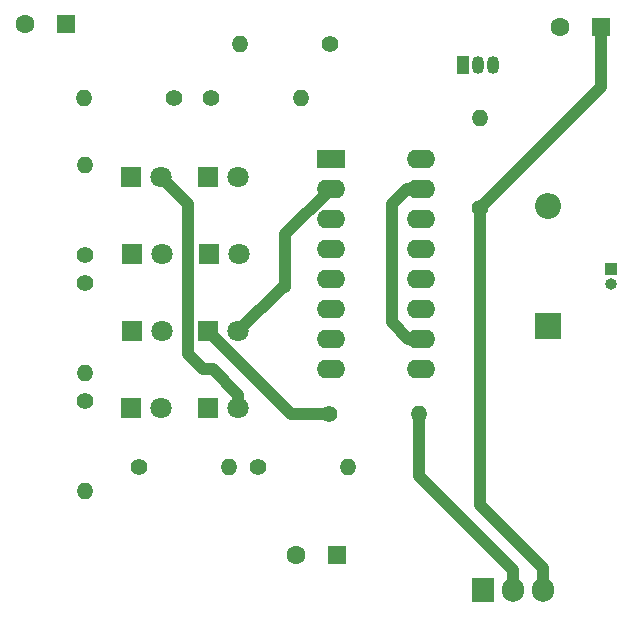
<source format=gbr>
%TF.GenerationSoftware,KiCad,Pcbnew,8.0.2*%
%TF.CreationDate,2026-02-07T14:26:08+01:00*%
%TF.ProjectId,konstantynopolitanczykowianeczka_zamieszkujaca_konstantynopol,6b6f6e73-7461-46e7-9479-6e6f706f6c69,1*%
%TF.SameCoordinates,Original*%
%TF.FileFunction,Copper,L2,Bot*%
%TF.FilePolarity,Positive*%
%FSLAX46Y46*%
G04 Gerber Fmt 4.6, Leading zero omitted, Abs format (unit mm)*
G04 Created by KiCad (PCBNEW 8.0.2) date 2026-02-07 14:26:08*
%MOMM*%
%LPD*%
G01*
G04 APERTURE LIST*
%TA.AperFunction,ComponentPad*%
%ADD10R,2.200000X2.200000*%
%TD*%
%TA.AperFunction,ComponentPad*%
%ADD11O,2.200000X2.200000*%
%TD*%
%TA.AperFunction,ComponentPad*%
%ADD12R,1.905000X2.000000*%
%TD*%
%TA.AperFunction,ComponentPad*%
%ADD13O,1.905000X2.000000*%
%TD*%
%TA.AperFunction,ComponentPad*%
%ADD14R,2.400000X1.600000*%
%TD*%
%TA.AperFunction,ComponentPad*%
%ADD15O,2.400000X1.600000*%
%TD*%
%TA.AperFunction,ComponentPad*%
%ADD16C,1.400000*%
%TD*%
%TA.AperFunction,ComponentPad*%
%ADD17O,1.400000X1.400000*%
%TD*%
%TA.AperFunction,ComponentPad*%
%ADD18R,1.050000X1.500000*%
%TD*%
%TA.AperFunction,ComponentPad*%
%ADD19O,1.050000X1.500000*%
%TD*%
%TA.AperFunction,ComponentPad*%
%ADD20R,1.000000X1.000000*%
%TD*%
%TA.AperFunction,ComponentPad*%
%ADD21O,1.000000X1.000000*%
%TD*%
%TA.AperFunction,ComponentPad*%
%ADD22R,1.800000X1.800000*%
%TD*%
%TA.AperFunction,ComponentPad*%
%ADD23C,1.800000*%
%TD*%
%TA.AperFunction,ComponentPad*%
%ADD24R,1.600000X1.600000*%
%TD*%
%TA.AperFunction,ComponentPad*%
%ADD25C,1.600000*%
%TD*%
%TA.AperFunction,Conductor*%
%ADD26C,1.000000*%
%TD*%
G04 APERTURE END LIST*
D10*
%TO.P,D9,1,K*%
%TO.N,Net-(D9-K)*%
X119884968Y-76330000D03*
D11*
%TO.P,D9,2,A*%
%TO.N,Net-(D9-A)*%
X119884968Y-66170000D03*
%TD*%
D12*
%TO.P,U3,1,VI*%
%TO.N,Net-(D9-K)*%
X114344968Y-98730000D03*
D13*
%TO.P,U3,2,GND*%
%TO.N,Net-(J1-Pin_2)*%
X116884968Y-98730000D03*
%TO.P,U3,3,VO*%
%TO.N,Net-(U1-VDD)*%
X119424968Y-98730000D03*
%TD*%
D14*
%TO.P,U1,1,Q5*%
%TO.N,unconnected-(U1-Q5-Pad1)*%
X101514968Y-62170000D03*
D15*
%TO.P,U1,2,Q1*%
%TO.N,Net-(D5-A)*%
X101514968Y-64710000D03*
%TO.P,U1,3,Q0*%
%TO.N,Net-(D1-A)*%
X101514968Y-67250000D03*
%TO.P,U1,4,Q2*%
%TO.N,Net-(D3-A)*%
X101514968Y-69790000D03*
%TO.P,U1,5,Q6*%
%TO.N,unconnected-(U1-Q6-Pad5)*%
X101514968Y-72330000D03*
%TO.P,U1,6,Q7*%
%TO.N,unconnected-(U1-Q7-Pad6)*%
X101514968Y-74870000D03*
%TO.P,U1,7,Q3*%
%TO.N,Net-(D7-A)*%
X101514968Y-77410000D03*
%TO.P,U1,8,VSS*%
%TO.N,Net-(J1-Pin_2)*%
X101514968Y-79950000D03*
%TO.P,U1,9,Q8*%
%TO.N,unconnected-(U1-Q8-Pad9)*%
X109134968Y-79950000D03*
%TO.P,U1,10,Q4*%
%TO.N,Net-(U1-Q4)*%
X109134968Y-77410000D03*
%TO.P,U1,11,Q9*%
%TO.N,unconnected-(U1-Q9-Pad11)*%
X109134968Y-74870000D03*
%TO.P,U1,12,Cout*%
%TO.N,unconnected-(U1-Cout-Pad12)*%
X109134968Y-72330000D03*
%TO.P,U1,13,CKEN*%
%TO.N,Net-(J1-Pin_2)*%
X109134968Y-69790000D03*
%TO.P,U1,14,CLK*%
%TO.N,Net-(U1-CLK)*%
X109134968Y-67250000D03*
%TO.P,U1,15,Reset*%
%TO.N,Net-(U1-Q4)*%
X109134968Y-64710000D03*
%TO.P,U1,16,VDD*%
%TO.N,Net-(U1-VDD)*%
X109134968Y-62170000D03*
%TD*%
D16*
%TO.P,R10,1*%
%TO.N,Net-(D8-K)*%
X88194968Y-57000000D03*
D17*
%TO.P,R10,2*%
%TO.N,Net-(J1-Pin_2)*%
X80574968Y-57000000D03*
%TD*%
D16*
%TO.P,R9,1*%
%TO.N,Net-(D7-K)*%
X95324968Y-88250000D03*
D17*
%TO.P,R9,2*%
%TO.N,Net-(J1-Pin_2)*%
X102944968Y-88250000D03*
%TD*%
D16*
%TO.P,R8,1*%
%TO.N,Net-(D4-K)*%
X80634968Y-82690000D03*
D17*
%TO.P,R8,2*%
%TO.N,Net-(J1-Pin_2)*%
X80634968Y-90310000D03*
%TD*%
D16*
%TO.P,R7,1*%
%TO.N,Net-(D3-K)*%
X80634968Y-72690000D03*
D17*
%TO.P,R7,2*%
%TO.N,Net-(J1-Pin_2)*%
X80634968Y-80310000D03*
%TD*%
D16*
%TO.P,R6,1*%
%TO.N,Net-(D6-K)*%
X85264968Y-88250000D03*
D17*
%TO.P,R6,2*%
%TO.N,Net-(J1-Pin_2)*%
X92884968Y-88250000D03*
%TD*%
D16*
%TO.P,R5,1*%
%TO.N,Net-(D5-K)*%
X101324968Y-83750000D03*
D17*
%TO.P,R5,2*%
%TO.N,Net-(J1-Pin_2)*%
X108944968Y-83750000D03*
%TD*%
D16*
%TO.P,R4,1*%
%TO.N,Net-(D2-K)*%
X80634968Y-70310000D03*
D17*
%TO.P,R4,2*%
%TO.N,Net-(J1-Pin_2)*%
X80634968Y-62690000D03*
%TD*%
D16*
%TO.P,R3,1*%
%TO.N,Net-(D1-K)*%
X91324968Y-57000000D03*
D17*
%TO.P,R3,2*%
%TO.N,Net-(J1-Pin_2)*%
X98944968Y-57000000D03*
%TD*%
D16*
%TO.P,R2,1*%
%TO.N,Net-(Q1-C)*%
X101444968Y-52500000D03*
D17*
%TO.P,R2,2*%
%TO.N,Net-(J1-Pin_2)*%
X93824968Y-52500000D03*
%TD*%
D16*
%TO.P,R1,1*%
%TO.N,Net-(U1-VDD)*%
X114134968Y-66310000D03*
D17*
%TO.P,R1,2*%
%TO.N,Net-(Q1-E)*%
X114134968Y-58690000D03*
%TD*%
D18*
%TO.P,Q1,1,C*%
%TO.N,Net-(Q1-C)*%
X112684968Y-54200000D03*
D19*
%TO.P,Q1,2,B*%
%TO.N,unconnected-(Q1-B-Pad2)*%
X113954968Y-54200000D03*
%TO.P,Q1,3,E*%
%TO.N,Net-(Q1-E)*%
X115224968Y-54200000D03*
%TD*%
D20*
%TO.P,J1,1,Pin_1*%
%TO.N,Net-(D9-A)*%
X125209968Y-71475000D03*
D21*
%TO.P,J1,2,Pin_2*%
%TO.N,Net-(J1-Pin_2)*%
X125209968Y-72745000D03*
%TD*%
D22*
%TO.P,D8,1,K*%
%TO.N,Net-(D8-K)*%
X84594968Y-63750000D03*
D23*
%TO.P,D8,2,A*%
%TO.N,Net-(D7-A)*%
X87134968Y-63750000D03*
%TD*%
D22*
%TO.P,D7,1,K*%
%TO.N,Net-(D7-K)*%
X91109968Y-83250000D03*
D23*
%TO.P,D7,2,A*%
%TO.N,Net-(D7-A)*%
X93649968Y-83250000D03*
%TD*%
D22*
%TO.P,D6,1,K*%
%TO.N,Net-(D6-K)*%
X84594968Y-83250000D03*
D23*
%TO.P,D6,2,A*%
%TO.N,Net-(D5-A)*%
X87134968Y-83250000D03*
%TD*%
D22*
%TO.P,D5,1,K*%
%TO.N,Net-(D5-K)*%
X91109968Y-76750000D03*
D23*
%TO.P,D5,2,A*%
%TO.N,Net-(D5-A)*%
X93649968Y-76750000D03*
%TD*%
D22*
%TO.P,D4,1,K*%
%TO.N,Net-(D4-K)*%
X84609968Y-76750000D03*
D23*
%TO.P,D4,2,A*%
%TO.N,Net-(D3-A)*%
X87149968Y-76750000D03*
%TD*%
D22*
%TO.P,D3,1,K*%
%TO.N,Net-(D3-K)*%
X91134968Y-70250000D03*
D23*
%TO.P,D3,2,A*%
%TO.N,Net-(D3-A)*%
X93674968Y-70250000D03*
%TD*%
D22*
%TO.P,D2,1,K*%
%TO.N,Net-(D2-K)*%
X84609968Y-70250000D03*
D23*
%TO.P,D2,2,A*%
%TO.N,Net-(D1-A)*%
X87149968Y-70250000D03*
%TD*%
D22*
%TO.P,D1,1,K*%
%TO.N,Net-(D1-K)*%
X91094968Y-63750000D03*
D23*
%TO.P,D1,2,A*%
%TO.N,Net-(D1-A)*%
X93634968Y-63750000D03*
%TD*%
D24*
%TO.P,C3,1*%
%TO.N,Net-(D9-K)*%
X102037619Y-95750000D03*
D25*
%TO.P,C3,2*%
%TO.N,Net-(J1-Pin_2)*%
X98537619Y-95750000D03*
%TD*%
D24*
%TO.P,C2,1*%
%TO.N,Net-(U1-VDD)*%
X124384968Y-51000000D03*
D25*
%TO.P,C2,2*%
%TO.N,Net-(J1-Pin_2)*%
X120884968Y-51000000D03*
%TD*%
D24*
%TO.P,C1,1*%
%TO.N,Net-(Q1-E)*%
X79037619Y-50750000D03*
D25*
%TO.P,C1,2*%
%TO.N,Net-(J1-Pin_2)*%
X75537619Y-50750000D03*
%TD*%
D26*
%TO.N,Net-(U1-VDD)*%
X114134968Y-91500000D02*
X114134968Y-66310000D01*
X119424968Y-96790000D02*
X114134968Y-91500000D01*
X119424968Y-98730000D02*
X119424968Y-96790000D01*
%TO.N,Net-(J1-Pin_2)*%
X108944968Y-89060000D02*
X108944968Y-83750000D01*
X116884968Y-97000000D02*
X108944968Y-89060000D01*
X116884968Y-98730000D02*
X116884968Y-97000000D01*
%TO.N,Net-(U1-VDD)*%
X124384968Y-56060000D02*
X114134968Y-66310000D01*
X124384968Y-51000000D02*
X124384968Y-56060000D01*
%TO.N,Net-(U1-Q4)*%
X106634968Y-66000000D02*
X107924968Y-64710000D01*
X108044968Y-77410000D02*
X106634968Y-76000000D01*
X107924968Y-64710000D02*
X109134968Y-64710000D01*
X109134968Y-77410000D02*
X108044968Y-77410000D01*
X106634968Y-76000000D02*
X106634968Y-66000000D01*
%TO.N,Net-(D5-K)*%
X98109968Y-83750000D02*
X101324968Y-83750000D01*
X91109968Y-76750000D02*
X98109968Y-83750000D01*
%TO.N,Net-(D7-A)*%
X89384968Y-78750000D02*
X89384968Y-66000000D01*
X89384968Y-66000000D02*
X87134968Y-63750000D01*
X90634968Y-80000000D02*
X89384968Y-78750000D01*
X91499968Y-80000000D02*
X90634968Y-80000000D01*
X93649968Y-83250000D02*
X93649968Y-82150000D01*
X93649968Y-82150000D02*
X91499968Y-80000000D01*
%TO.N,Net-(D5-A)*%
X97634968Y-68590000D02*
X101514968Y-64710000D01*
X97399968Y-73000000D02*
X97634968Y-73000000D01*
X97634968Y-73000000D02*
X97634968Y-68590000D01*
X93649968Y-76750000D02*
X97399968Y-73000000D01*
%TD*%
M02*

</source>
